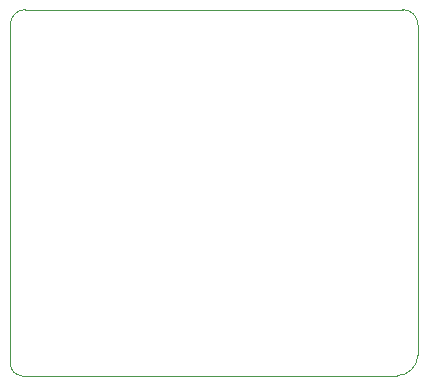
<source format=gbr>
%TF.GenerationSoftware,Altium Limited,Altium Designer,23.4.1 (23)*%
G04 Layer_Color=0*
%FSLAX45Y45*%
%MOMM*%
%TF.SameCoordinates,E9D3CAE9-A23F-4039-930E-E97F2D72BBB1*%
%TF.FilePolarity,Positive*%
%TF.FileFunction,Profile,NP*%
%TF.Part,Single*%
G01*
G75*
%TA.AperFunction,Profile*%
%ADD71C,0.02540*%
D71*
X7250000Y6100000D02*
G03*
X7350000Y6000000I100000J0D01*
G01*
X10523000D01*
D02*
G03*
X10700000Y6177000I0J177000D01*
G01*
Y8973000D01*
D02*
G03*
X10573000Y9100000I-127000J0D01*
G01*
X7377000D01*
D02*
G03*
X7250000Y8973000I0J-127000D01*
G01*
Y6100000D01*
%TF.MD5,41a62048d5b798484129c9de4e6a91a4*%
M02*

</source>
